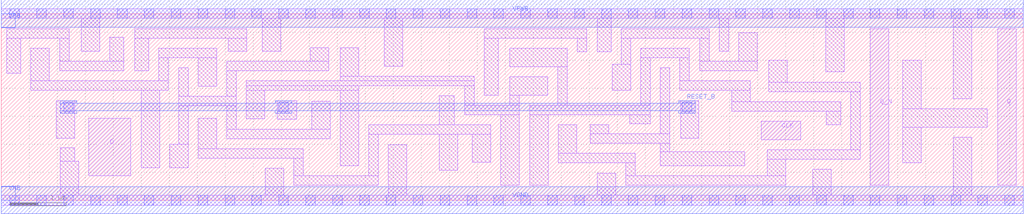
<source format=lef>
# Copyright 2020 The SkyWater PDK Authors
#
# Licensed under the Apache License, Version 2.0 (the "License");
# you may not use this file except in compliance with the License.
# You may obtain a copy of the License at
#
#     https://www.apache.org/licenses/LICENSE-2.0
#
# Unless required by applicable law or agreed to in writing, software
# distributed under the License is distributed on an "AS IS" BASIS,
# WITHOUT WARRANTIES OR CONDITIONS OF ANY KIND, either express or implied.
# See the License for the specific language governing permissions and
# limitations under the License.
#
# SPDX-License-Identifier: Apache-2.0

VERSION 5.5 ;
NAMESCASESENSITIVE ON ;
BUSBITCHARS "[]" ;
DIVIDERCHAR "/" ;
MACRO sky130_fd_sc_lp__dfrbp_lp
  CLASS CORE ;
  SOURCE USER ;
  ORIGIN  0.000000  0.000000 ;
  SIZE  18.24000 BY  3.330000 ;
  SYMMETRY R90 ;
  SITE unit ;
  PIN D
    ANTENNAGATEAREA  0.189000 ;
    DIRECTION INPUT ;
    USE SIGNAL ;
    PORT
      LAYER li1 ;
        RECT 1.565000 0.440000 2.315000 1.460000 ;
    END
  END D
  PIN Q
    ANTENNADIFFAREA  0.598500 ;
    DIRECTION OUTPUT ;
    USE SIGNAL ;
    PORT
      LAYER li1 ;
        RECT 17.785000 0.265000 18.115000 3.065000 ;
    END
  END Q
  PIN Q_N
    ANTENNADIFFAREA  0.598500 ;
    DIRECTION OUTPUT ;
    USE SIGNAL ;
    PORT
      LAYER li1 ;
        RECT 15.515000 0.265000 15.845000 3.065000 ;
    END
  END Q_N
  PIN RESET_B
    ANTENNAGATEAREA  0.567000 ;
    DIRECTION INPUT ;
    USE SIGNAL ;
    PORT
      LAYER met1 ;
        RECT  1.055000 1.550000  1.345000 1.595000 ;
        RECT  1.055000 1.595000 12.385000 1.735000 ;
        RECT  1.055000 1.735000  1.345000 1.780000 ;
        RECT  4.895000 1.550000  5.185000 1.595000 ;
        RECT  4.895000 1.735000  5.185000 1.780000 ;
        RECT 12.095000 1.550000 12.385000 1.595000 ;
        RECT 12.095000 1.735000 12.385000 1.780000 ;
    END
  END RESET_B
  PIN CLK
    ANTENNAGATEAREA  0.318000 ;
    DIRECTION INPUT ;
    USE CLOCK ;
    PORT
      LAYER li1 ;
        RECT 13.565000 1.080000 14.275000 1.410000 ;
    END
  END CLK
  PIN VGND
    DIRECTION INOUT ;
    USE GROUND ;
    PORT
      LAYER met1 ;
        RECT 0.000000 -0.245000 18.240000 0.245000 ;
    END
  END VGND
  PIN VNB
    DIRECTION INOUT ;
    USE GROUND ;
    PORT
      LAYER met1 ;
        RECT 0.000000 0.000000 0.250000 0.250000 ;
    END
  END VNB
  PIN VPB
    DIRECTION INOUT ;
    USE POWER ;
    PORT
      LAYER met1 ;
        RECT 0.000000 3.080000 0.250000 3.330000 ;
    END
  END VPB
  PIN VPWR
    DIRECTION INOUT ;
    USE POWER ;
    PORT
      LAYER met1 ;
        RECT 0.000000 3.085000 18.240000 3.575000 ;
    END
  END VPWR
  OBS
    LAYER li1 ;
      RECT  0.000000 -0.085000 18.240000 0.085000 ;
      RECT  0.000000  3.245000 18.240000 3.415000 ;
      RECT  0.100000  2.265000  0.350000 2.895000 ;
      RECT  0.100000  2.895000  1.210000 3.065000 ;
      RECT  0.530000  1.960000  2.985000 2.130000 ;
      RECT  0.530000  2.130000  0.860000 2.715000 ;
      RECT  0.985000  1.110000  1.315000 1.780000 ;
      RECT  1.040000  2.310000  2.185000 2.480000 ;
      RECT  1.040000  2.480000  1.210000 2.895000 ;
      RECT  1.055000  0.085000  1.385000 0.700000 ;
      RECT  1.055000  0.700000  1.315000 0.940000 ;
      RECT  1.425000  2.660000  1.755000 3.245000 ;
      RECT  1.935000  2.480000  2.185000 2.910000 ;
      RECT  2.385000  2.310000  2.635000 2.895000 ;
      RECT  2.385000  2.895000  4.385000 3.065000 ;
      RECT  2.495000  0.580000  2.825000 1.960000 ;
      RECT  2.815000  2.130000  2.985000 2.545000 ;
      RECT  2.815000  2.545000  3.845000 2.715000 ;
      RECT  3.005000  0.580000  3.335000 1.000000 ;
      RECT  3.165000  1.000000  3.335000 1.685000 ;
      RECT  3.165000  1.685000  4.195000 1.855000 ;
      RECT  3.165000  1.855000  3.335000 2.365000 ;
      RECT  3.515000  0.750000  5.395000 0.920000 ;
      RECT  3.515000  0.920000  3.845000 1.460000 ;
      RECT  3.515000  2.035000  3.845000 2.545000 ;
      RECT  4.025000  1.100000  5.870000 1.270000 ;
      RECT  4.025000  1.270000  4.195000 1.685000 ;
      RECT  4.025000  1.855000  4.195000 2.310000 ;
      RECT  4.025000  2.310000  5.850000 2.480000 ;
      RECT  4.055000  2.660000  4.385000 2.895000 ;
      RECT  4.375000  1.455000  4.705000 1.960000 ;
      RECT  4.375000  1.960000  6.380000 2.045000 ;
      RECT  4.375000  2.045000  8.440000 2.130000 ;
      RECT  4.660000  2.660000  4.990000 3.245000 ;
      RECT  4.715000  0.085000  5.045000 0.570000 ;
      RECT  4.925000  1.450000  5.275000 1.780000 ;
      RECT  5.225000  0.265000  6.730000 0.435000 ;
      RECT  5.225000  0.435000  5.395000 0.750000 ;
      RECT  5.520000  2.480000  5.850000 2.725000 ;
      RECT  5.540000  1.270000  5.870000 1.770000 ;
      RECT  6.050000  0.615000  6.380000 1.960000 ;
      RECT  6.050000  2.130000  8.440000 2.215000 ;
      RECT  6.050000  2.215000  6.380000 2.725000 ;
      RECT  6.560000  0.435000  6.730000 1.175000 ;
      RECT  6.560000  1.175000  8.740000 1.345000 ;
      RECT  6.840000  2.395000  7.170000 3.245000 ;
      RECT  6.910000  0.085000  7.240000 0.995000 ;
      RECT  7.815000  0.535000  8.145000 1.175000 ;
      RECT  7.815000  1.345000  8.090000 1.865000 ;
      RECT  8.270000  1.525000  9.250000 1.695000 ;
      RECT  8.270000  1.695000  8.440000 2.045000 ;
      RECT  8.410000  0.675000  8.740000 1.175000 ;
      RECT  8.620000  1.875000  8.870000 2.895000 ;
      RECT  8.620000  2.895000 10.455000 3.065000 ;
      RECT  8.920000  0.265000  9.250000 1.525000 ;
      RECT  9.075000  2.385000 10.105000 2.715000 ;
      RECT  9.080000  1.695000  9.250000 1.875000 ;
      RECT  9.080000  1.875000  9.755000 2.205000 ;
      RECT  9.430000  0.265000  9.760000 1.525000 ;
      RECT  9.430000  1.525000 11.585000 1.695000 ;
      RECT  9.935000  1.695000 10.105000 2.385000 ;
      RECT  9.940000  0.665000 11.315000 0.835000 ;
      RECT  9.940000  0.835000 10.270000 1.345000 ;
      RECT 10.285000  2.655000 10.455000 2.895000 ;
      RECT 10.510000  1.015000 11.935000 1.185000 ;
      RECT 10.510000  1.185000 10.840000 1.345000 ;
      RECT 10.635000  0.085000 10.965000 0.485000 ;
      RECT 10.635000  2.655000 10.885000 3.245000 ;
      RECT 10.905000  1.965000 11.235000 2.425000 ;
      RECT 11.065000  2.425000 11.235000 2.895000 ;
      RECT 11.065000  2.895000 12.635000 3.065000 ;
      RECT 11.145000  0.265000 14.000000 0.435000 ;
      RECT 11.145000  0.435000 11.315000 0.665000 ;
      RECT 11.215000  1.365000 11.585000 1.525000 ;
      RECT 11.415000  1.695000 11.585000 2.545000 ;
      RECT 11.415000  2.545000 12.285000 2.715000 ;
      RECT 11.765000  0.615000 13.275000 0.865000 ;
      RECT 11.765000  0.865000 11.935000 1.015000 ;
      RECT 11.765000  1.185000 11.935000 2.365000 ;
      RECT 12.115000  1.960000 13.370000 2.130000 ;
      RECT 12.115000  2.130000 12.285000 2.545000 ;
      RECT 12.125000  1.110000 12.455000 1.780000 ;
      RECT 12.465000  2.310000 13.495000 2.480000 ;
      RECT 12.465000  2.480000 12.635000 2.895000 ;
      RECT 12.815000  2.660000 12.985000 3.245000 ;
      RECT 13.040000  1.590000 14.985000 1.760000 ;
      RECT 13.040000  1.760000 13.370000 1.960000 ;
      RECT 13.165000  2.480000 13.495000 2.990000 ;
      RECT 13.670000  0.435000 14.000000 0.730000 ;
      RECT 13.670000  0.730000 15.335000 0.900000 ;
      RECT 13.700000  1.940000 15.335000 2.110000 ;
      RECT 13.700000  2.110000 14.030000 2.495000 ;
      RECT 14.490000  0.085000 14.820000 0.550000 ;
      RECT 14.715000  2.290000 15.045000 3.245000 ;
      RECT 14.725000  1.345000 14.985000 1.590000 ;
      RECT 15.165000  0.900000 15.335000 1.940000 ;
      RECT 16.090000  0.665000 16.420000 1.305000 ;
      RECT 16.090000  1.305000 17.605000 1.635000 ;
      RECT 16.090000  1.635000 16.420000 2.495000 ;
      RECT 16.995000  0.085000 17.325000 1.125000 ;
      RECT 16.995000  1.815000 17.325000 3.245000 ;
    LAYER mcon ;
      RECT  0.155000 -0.085000  0.325000 0.085000 ;
      RECT  0.155000  3.245000  0.325000 3.415000 ;
      RECT  0.635000 -0.085000  0.805000 0.085000 ;
      RECT  0.635000  3.245000  0.805000 3.415000 ;
      RECT  1.115000 -0.085000  1.285000 0.085000 ;
      RECT  1.115000  1.580000  1.285000 1.750000 ;
      RECT  1.115000  3.245000  1.285000 3.415000 ;
      RECT  1.595000 -0.085000  1.765000 0.085000 ;
      RECT  1.595000  3.245000  1.765000 3.415000 ;
      RECT  2.075000 -0.085000  2.245000 0.085000 ;
      RECT  2.075000  3.245000  2.245000 3.415000 ;
      RECT  2.555000 -0.085000  2.725000 0.085000 ;
      RECT  2.555000  3.245000  2.725000 3.415000 ;
      RECT  3.035000 -0.085000  3.205000 0.085000 ;
      RECT  3.035000  3.245000  3.205000 3.415000 ;
      RECT  3.515000 -0.085000  3.685000 0.085000 ;
      RECT  3.515000  3.245000  3.685000 3.415000 ;
      RECT  3.995000 -0.085000  4.165000 0.085000 ;
      RECT  3.995000  3.245000  4.165000 3.415000 ;
      RECT  4.475000 -0.085000  4.645000 0.085000 ;
      RECT  4.475000  3.245000  4.645000 3.415000 ;
      RECT  4.955000 -0.085000  5.125000 0.085000 ;
      RECT  4.955000  1.580000  5.125000 1.750000 ;
      RECT  4.955000  3.245000  5.125000 3.415000 ;
      RECT  5.435000 -0.085000  5.605000 0.085000 ;
      RECT  5.435000  3.245000  5.605000 3.415000 ;
      RECT  5.915000 -0.085000  6.085000 0.085000 ;
      RECT  5.915000  3.245000  6.085000 3.415000 ;
      RECT  6.395000 -0.085000  6.565000 0.085000 ;
      RECT  6.395000  3.245000  6.565000 3.415000 ;
      RECT  6.875000 -0.085000  7.045000 0.085000 ;
      RECT  6.875000  3.245000  7.045000 3.415000 ;
      RECT  7.355000 -0.085000  7.525000 0.085000 ;
      RECT  7.355000  3.245000  7.525000 3.415000 ;
      RECT  7.835000 -0.085000  8.005000 0.085000 ;
      RECT  7.835000  3.245000  8.005000 3.415000 ;
      RECT  8.315000 -0.085000  8.485000 0.085000 ;
      RECT  8.315000  3.245000  8.485000 3.415000 ;
      RECT  8.795000 -0.085000  8.965000 0.085000 ;
      RECT  8.795000  3.245000  8.965000 3.415000 ;
      RECT  9.275000 -0.085000  9.445000 0.085000 ;
      RECT  9.275000  3.245000  9.445000 3.415000 ;
      RECT  9.755000 -0.085000  9.925000 0.085000 ;
      RECT  9.755000  3.245000  9.925000 3.415000 ;
      RECT 10.235000 -0.085000 10.405000 0.085000 ;
      RECT 10.235000  3.245000 10.405000 3.415000 ;
      RECT 10.715000 -0.085000 10.885000 0.085000 ;
      RECT 10.715000  3.245000 10.885000 3.415000 ;
      RECT 11.195000 -0.085000 11.365000 0.085000 ;
      RECT 11.195000  3.245000 11.365000 3.415000 ;
      RECT 11.675000 -0.085000 11.845000 0.085000 ;
      RECT 11.675000  3.245000 11.845000 3.415000 ;
      RECT 12.155000 -0.085000 12.325000 0.085000 ;
      RECT 12.155000  1.580000 12.325000 1.750000 ;
      RECT 12.155000  3.245000 12.325000 3.415000 ;
      RECT 12.635000 -0.085000 12.805000 0.085000 ;
      RECT 12.635000  3.245000 12.805000 3.415000 ;
      RECT 13.115000 -0.085000 13.285000 0.085000 ;
      RECT 13.115000  3.245000 13.285000 3.415000 ;
      RECT 13.595000 -0.085000 13.765000 0.085000 ;
      RECT 13.595000  3.245000 13.765000 3.415000 ;
      RECT 14.075000 -0.085000 14.245000 0.085000 ;
      RECT 14.075000  3.245000 14.245000 3.415000 ;
      RECT 14.555000 -0.085000 14.725000 0.085000 ;
      RECT 14.555000  3.245000 14.725000 3.415000 ;
      RECT 15.035000 -0.085000 15.205000 0.085000 ;
      RECT 15.035000  3.245000 15.205000 3.415000 ;
      RECT 15.515000 -0.085000 15.685000 0.085000 ;
      RECT 15.515000  3.245000 15.685000 3.415000 ;
      RECT 15.995000 -0.085000 16.165000 0.085000 ;
      RECT 15.995000  3.245000 16.165000 3.415000 ;
      RECT 16.475000 -0.085000 16.645000 0.085000 ;
      RECT 16.475000  3.245000 16.645000 3.415000 ;
      RECT 16.955000 -0.085000 17.125000 0.085000 ;
      RECT 16.955000  3.245000 17.125000 3.415000 ;
      RECT 17.435000 -0.085000 17.605000 0.085000 ;
      RECT 17.435000  3.245000 17.605000 3.415000 ;
      RECT 17.915000 -0.085000 18.085000 0.085000 ;
      RECT 17.915000  3.245000 18.085000 3.415000 ;
  END
END sky130_fd_sc_lp__dfrbp_lp

</source>
